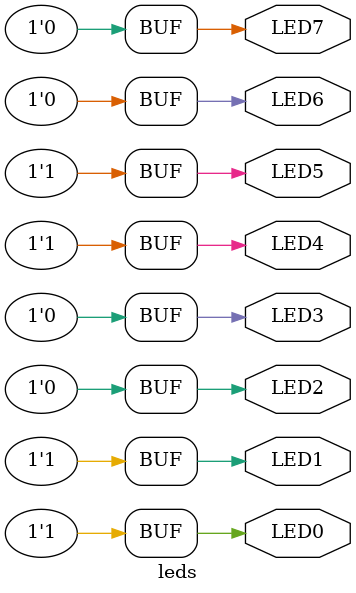
<source format=v>

module leds (
    output wire LED0,
    output wire LED1,
    output wire LED2,
    output wire LED3,
    output wire LED4,
    output wire LED5,
    output wire LED6,
    output wire LED7
);

  assign LED0 = 1'b1;
  assign LED1 = 1'b1;
  assign LED2 = 1'b0;
  assign LED3 = 1'b0;
  assign LED4 = 1'b1;
  assign LED5 = 1'b1;
  assign LED6 = 1'b0;
  assign LED7 = 1'b0;

endmodule

</source>
